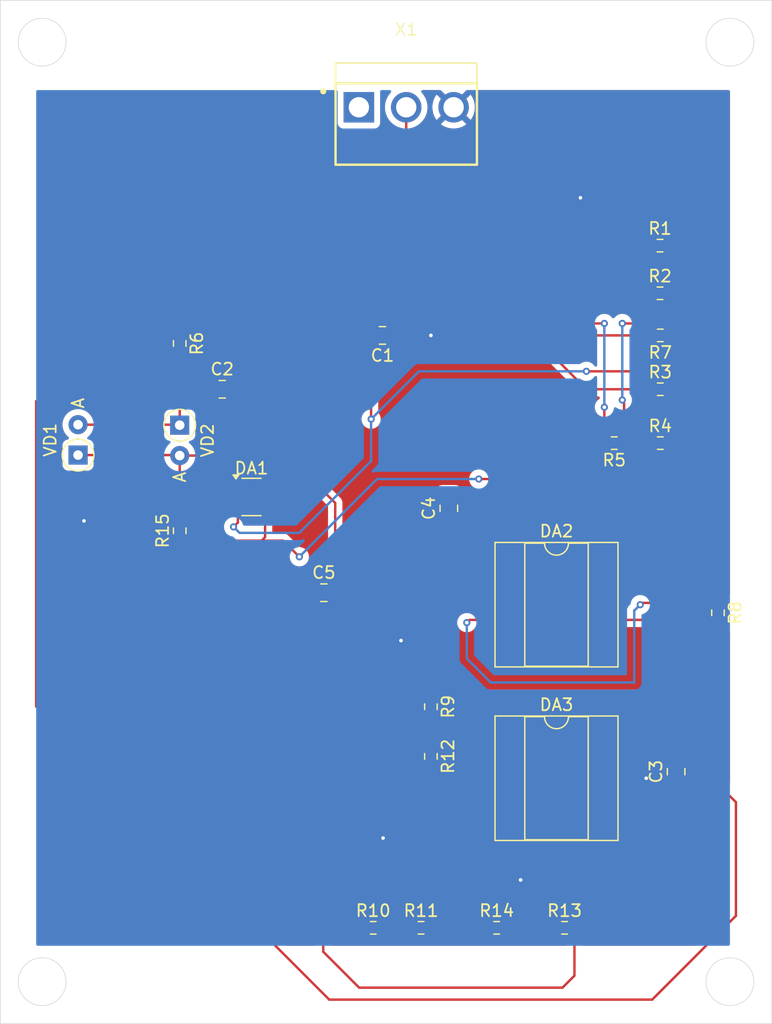
<source format=kicad_pcb>
(kicad_pcb (version 20240108) (generator "pcbnew") (generator_version "8.0")
  (layers (0 "F.Cu" signal) (31 "B.Cu" signal) (34 "B.Paste" user) (35 "F.Paste" user) (36 "B.SilkS" user "B.Silkscreen") (37 "F.SilkS" user "F.Silkscreen") (38 "B.Mask" user) (39 "F.Mask" user) (44 "Edge.Cuts" user))
  (net 0 "")
  (net 1 "Net-(DA1-IN-)")
  (net 2 "Net-(DA1-IN+)")
  (net 3 "Earth")
  (net 4 "+5V")
  (net 5 "/OUT1")
  (net 6 "Net-(C2-Pad1)")
  (net 8 "Net-(DA2-IN-)")
  (net 11 "/OUT2")
  (net 13 "Net-(DA3-OUT)")
  (net 16 "Net-(DA3-IN+)")
  (net 17 "Net-(DA3-IN-)")
  (net 18 "Net-(R2-Pad2)")
  (net 19 "Net-(R5-Pad2)")
  (net 20 "Net-(R6-Pad2)")
  (net 21 "Net-(R12-Pad1)")
  (net 22 "Net-(R10-Pad2)")
  (net 23 "/OUT3")
  (footprint "Package_TO_SOT_SMD:SOT-23-5" (layer "F.Cu") (at 121 101.5)
    (property "Reference" "DA1" (at 0 -2.4 0) (layer "F.SilkS"))
    (property "Value" "AD8616")
    (fp_line (start 0 -1.56) (end -0.8 -1.56) (stroke (width 0.12)) (layer "F.SilkS"))
    (fp_line (start 0 -1.56) (end 0.8 -1.56) (stroke (width 0.12)) (layer "F.SilkS"))
    (fp_line (start 0 1.56) (end -0.8 1.56) (stroke (width 0.12)) (layer "F.SilkS"))
    (fp_line (start 0 1.56) (end 0.8 1.56) (stroke (width 0.12)) (layer "F.SilkS"))
    (fp_poly (pts (xy -1.3 -1.51) (xy -1.54 -1.84) (xy -1.06 -1.84) (xy -1.3 -1.51)) (stroke (width 0.12)) (fill solid) (layer "F.SilkS"))
    (pad "1" smd roundrect (at -1.1375 -0.95) (size 1.325 0.6) (layers "F.Cu" "F.Paste" "F.Mask") (net 5 "/OUT1"))
    (pad "2" smd roundrect (at -1.1375 0) (size 1.325 0.6) (layers "F.Cu" "F.Paste" "F.Mask") (net 3 "Earth"))
    (pad "3" smd roundrect (at -1.1375 0.95) (size 1.325 0.6) (layers "F.Cu" "F.Paste" "F.Mask") (net 2 "Net-(DA1-IN+)"))
    (pad "4" smd roundrect (at 1.1375 0.95) (size 1.325 0.6) (layers "F.Cu" "F.Paste" "F.Mask") (net 1 "Net-(DA1-IN-)"))
    (pad "5" smd roundrect (at 1.1375 -0.95) (size 1.325 0.6) (layers "F.Cu" "F.Paste" "F.Mask") (net 4 "+5V"))
  )
  (footprint "Resistor_SMD:R_0603_1608Metric" (layer "F.Cu") (at 160 111.175 -90)
    (property "Reference" "R8" (at 0 -1.43 90) (layer "F.SilkS"))
    (property "Value" "51k")
    (fp_line (start -0.237258 0.5225) (end 0.237258 0.5225) (stroke (width 0.12)) (layer "F.SilkS"))
    (fp_line (start -0.237258 -0.5225) (end 0.237258 -0.5225) (stroke (width 0.12)) (layer "F.SilkS"))
    (pad "1" smd roundrect (at -0.825 0 270) (size 0.8 0.95) (layers "F.Cu" "F.Paste" "F.Mask") (net 8 "Net-(DA2-IN-)"))
    (pad "2" smd roundrect (at 0.825 0 270) (size 0.8 0.95) (layers "F.Cu" "F.Paste" "F.Mask") (net 11 "/OUT2"))
  )
  (footprint "Resistor_SMD:R_0603_1608Metric" (layer "F.Cu") (at 155.155 84.48)
    (property "Reference" "R2" (at 0 -1.43 0) (layer "F.SilkS"))
    (property "Value" "220")
    (fp_line (start -0.237258 -0.5225) (end 0.237258 -0.5225) (stroke (width 0.12)) (layer "F.SilkS"))
    (fp_line (start -0.237258 0.5225) (end 0.237258 0.5225) (stroke (width 0.12)) (layer "F.SilkS"))
    (pad "1" smd roundrect (at -0.825 0) (size 0.8 0.95) (layers "F.Cu" "F.Paste" "F.Mask") (net 3 "Earth"))
    (pad "2" smd roundrect (at 0.825 0) (size 0.8 0.95) (layers "F.Cu" "F.Paste" "F.Mask") (net 18 "Net-(R2-Pad2)"))
  )
  (footprint "Resistor_SMD:R_0603_1608Metric" (layer "F.Cu") (at 151.325 97 180)
    (property "Reference" "R5" (at 0 -1.43 0) (layer "F.SilkS"))
    (property "Value" "160")
    (fp_line (start -0.237258 0.5225) (end 0.237258 0.5225) (stroke (width 0.12)) (layer "F.SilkS"))
    (fp_line (start -0.237258 -0.5225) (end 0.237258 -0.5225) (stroke (width 0.12)) (layer "F.SilkS"))
    (pad "1" smd roundrect (at -0.825 0 180) (size 0.8 0.95) (layers "F.Cu" "F.Paste" "F.Mask") (net 18 "Net-(R2-Pad2)"))
    (pad "2" smd roundrect (at 0.825 0 180) (size 0.8 0.95) (layers "F.Cu" "F.Paste" "F.Mask") (net 19 "Net-(R5-Pad2)"))
  )
  (footprint "Package_DIP:DIP-8_W7.62mm_SMDSocket_SmallPads" (layer "F.Cu") (at 146.5 110.5)
    (property "Reference" "DA2" (at 0 -6.14 0) (layer "F.SilkS"))
    (property "Value" "OP27")
    (fp_line (start -5.14 -5.2) (end -5.14 5.2) (stroke (width 0.12)) (layer "F.SilkS"))
    (fp_line (start -5.14 5.2) (end 5.14 5.2) (stroke (width 0.12)) (layer "F.SilkS"))
    (fp_line (start -2.65 -5.14) (end -2.65 5.14) (stroke (width 0.12)) (layer "F.SilkS"))
    (fp_line (start -2.65 5.14) (end 2.65 5.14) (stroke (width 0.12)) (layer "F.SilkS"))
    (fp_line (start -1 -5.14) (end -2.65 -5.14) (stroke (width 0.12)) (layer "F.SilkS"))
    (fp_line (start 2.65 -5.14) (end 1 -5.14) (stroke (width 0.12)) (layer "F.SilkS"))
    (fp_line (start 2.65 5.14) (end 2.65 -5.14) (stroke (width 0.12)) (layer "F.SilkS"))
    (fp_line (start 5.14 -5.2) (end -5.14 -5.2) (stroke (width 0.12)) (layer "F.SilkS"))
    (fp_line (start 5.14 5.2) (end 5.14 -5.2) (stroke (width 0.12)) (layer "F.SilkS"))
    (fp_arc (start 1 -5.14) (mid 0 -4.14) (end -1 -5.14) (stroke (width 0.12)) (layer "F.SilkS"))
    (pad "1" smd rect (at -3.81 -3.81) (size 1.6 1.6) (layers "F.Cu" "F.Paste" "F.Mask"))
    (pad "2" smd rect (at -3.81 -1.27) (size 1.6 1.6) (layers "F.Cu" "F.Paste" "F.Mask") (net 3 "Earth"))
    (pad "3" smd rect (at -3.81 1.27) (size 1.6 1.6) (layers "F.Cu" "F.Paste" "F.Mask") (net 8 "Net-(DA2-IN-)"))
    (pad "4" smd rect (at -3.81 3.81) (size 1.6 1.6) (layers "F.Cu" "F.Paste" "F.Mask") (net 3 "Earth"))
    (pad "5" smd rect (at 3.81 3.81) (size 1.6 1.6) (layers "F.Cu" "F.Paste" "F.Mask"))
    (pad "6" smd rect (at 3.81 1.27) (size 1.6 1.6) (layers "F.Cu" "F.Paste" "F.Mask") (net 11 "/OUT2"))
    (pad "7" smd rect (at 3.81 -1.27) (size 1.6 1.6) (layers "F.Cu" "F.Paste" "F.Mask") (net 4 "+5V"))
    (pad "8" smd rect (at 3.81 -3.81) (size 1.6 1.6) (layers "F.Cu" "F.Paste" "F.Mask"))
  )
  (footprint "Capacitor_SMD:C_0805_2012Metric" (layer "F.Cu") (at 137.5 102.45 90)
    (property "Reference" "C4" (at 0 -1.68 90) (layer "F.SilkS"))
    (property "Value" "0.1u")
    (fp_line (start -0.261252 -0.735) (end 0.261252 -0.735) (stroke (width 0.12)) (layer "F.SilkS"))
    (fp_line (start -0.261252 0.735) (end 0.261252 0.735) (stroke (width 0.12)) (layer "F.SilkS"))
    (pad "1" smd roundrect (at -0.95 0 90) (size 1 1.45) (layers "F.Cu" "F.Paste" "F.Mask") (net 3 "Earth"))
    (pad "2" smd roundrect (at 0.95 0 90) (size 1 1.45) (layers "F.Cu" "F.Paste" "F.Mask") (net 4 "+5V"))
  )
  (footprint "Resistor_SMD:R_0603_1608Metric" (layer "F.Cu") (at 155.155 80.5)
    (property "Reference" "R1" (at 0 -1.43 0) (layer "F.SilkS"))
    (property "Value" "2.2k")
    (fp_line (start -0.237258 -0.5225) (end 0.237258 -0.5225) (stroke (width 0.12)) (layer "F.SilkS"))
    (fp_line (start -0.237258 0.5225) (end 0.237258 0.5225) (stroke (width 0.12)) (layer "F.SilkS"))
    (pad "1" smd roundrect (at -0.825 0) (size 0.8 0.95) (layers "F.Cu" "F.Paste" "F.Mask") (net 3 "Earth"))
    (pad "2" smd roundrect (at 0.825 0) (size 0.8 0.95) (layers "F.Cu" "F.Paste" "F.Mask") (net 2 "Net-(DA1-IN+)"))
  )
  (footprint "Diode_THT:D_DO-35_SOD27_P2.54mm_Vertical_AnodeUp" (layer "F.Cu") (at 106.5 98 90)
    (property "Reference" "VD1" (at 1.27 -2.326371 90) (layer "F.SilkS"))
    (property "Value" "1N4148")
    (fp_line (start 1.326371 0) (end 1.44 0) (stroke (width 0.12)) (layer "F.SilkS"))
    (fp_circle (center 0 0) (end 1.326371 0) (stroke (width 0.12)) (fill none) (layer "F.SilkS"))
    (fp_text user "A" (at 4.34 0 90) (layer "F.SilkS"))
    (pad "1" thru_hole rect (at 0 0 90) (size 1.6 1.6) (drill 0.8) (layers "*.Cu" "*.Mask") (net 5 "/OUT1"))
    (pad "2" thru_hole oval (at 2.54 0 90) (size 1.6 1.6) (drill 0.8) (layers "*.Cu" "*.Mask") (net 20 "Net-(R6-Pad2)"))
  )
  (footprint "Resistor_SMD:R_0603_1608Metric" (layer "F.Cu") (at 155.175 88 180)
    (property "Reference" "R7" (at 0 -1.43 0) (layer "F.SilkS"))
    (property "Value" "2.2k")
    (fp_line (start -0.237258 0.5225) (end 0.237258 0.5225) (stroke (width 0.12)) (layer "F.SilkS"))
    (fp_line (start -0.237258 -0.5225) (end 0.237258 -0.5225) (stroke (width 0.12)) (layer "F.SilkS"))
    (pad "1" smd roundrect (at -0.825 0 180) (size 0.8 0.95) (layers "F.Cu" "F.Paste" "F.Mask") (net 2 "Net-(DA1-IN+)"))
    (pad "2" smd roundrect (at 0.825 0 180) (size 0.8 0.95) (layers "F.Cu" "F.Paste" "F.Mask") (net 6 "Net-(C2-Pad1)"))
  )
  (footprint "Resistor_SMD:R_0603_1608Metric" (layer "F.Cu") (at 141.5 137.5)
    (property "Reference" "R14" (at 0 -1.43 0) (layer "F.SilkS"))
    (property "Value" "1k")
    (fp_line (start -0.237258 -0.5225) (end 0.237258 -0.5225) (stroke (width 0.12)) (layer "F.SilkS"))
    (fp_line (start -0.237258 0.5225) (end 0.237258 0.5225) (stroke (width 0.12)) (layer "F.SilkS"))
    (pad "1" smd roundrect (at -0.825 0) (size 0.8 0.95) (layers "F.Cu" "F.Paste" "F.Mask") (net 17 "Net-(DA3-IN-)"))
    (pad "2" smd roundrect (at 0.825 0) (size 0.8 0.95) (layers "F.Cu" "F.Paste" "F.Mask") (net 13 "Net-(DA3-OUT)"))
  )
  (footprint "Diode_THT:D_DO-35_SOD27_P2.54mm_Vertical_AnodeUp" (layer "F.Cu") (at 115 95.5 -90)
    (property "Reference" "VD2" (at 1.27 -2.326371 90) (layer "F.SilkS"))
    (property "Value" "1N4148")
    (fp_line (start 1.326371 0) (end 1.44 0) (stroke (width 0.12)) (layer "F.SilkS"))
    (fp_circle (center 0 0) (end 1.326371 0) (stroke (width 0.12)) (fill none) (layer "F.SilkS"))
    (fp_text user "A" (at 4.34 0 90) (layer "F.SilkS"))
    (pad "1" thru_hole rect (at 0 0 270) (size 1.6 1.6) (drill 0.8) (layers "*.Cu" "*.Mask") (net 20 "Net-(R6-Pad2)"))
    (pad "2" thru_hole oval (at 2.54 0 270) (size 1.6 1.6) (drill 0.8) (layers "*.Cu" "*.Mask") (net 5 "/OUT1"))
  )
  (footprint "Package_DIP:DIP-8_W7.62mm_SMDSocket_SmallPads" (layer "F.Cu") (at 146.5 125)
    (property "Reference" "DA3" (at 0 -6.14 0) (layer "F.SilkS"))
    (property "Value" "OP27")
    (fp_line (start -5.14 -5.2) (end -5.14 5.2) (stroke (width 0.12)) (layer "F.SilkS"))
    (fp_line (start -5.14 5.2) (end 5.14 5.2) (stroke (width 0.12)) (layer "F.SilkS"))
    (fp_line (start -2.65 -5.14) (end -2.65 5.14) (stroke (width 0.12)) (layer "F.SilkS"))
    (fp_line (start -2.65 5.14) (end 2.65 5.14) (stroke (width 0.12)) (layer "F.SilkS"))
    (fp_line (start -1 -5.14) (end -2.65 -5.14) (stroke (width 0.12)) (layer "F.SilkS"))
    (fp_line (start 2.65 -5.14) (end 1 -5.14) (stroke (width 0.12)) (layer "F.SilkS"))
    (fp_line (start 2.65 5.14) (end 2.65 -5.14) (stroke (width 0.12)) (layer "F.SilkS"))
    (fp_line (start 5.14 -5.2) (end -5.14 -5.2) (stroke (width 0.12)) (layer "F.SilkS"))
    (fp_line (start 5.14 5.2) (end 5.14 -5.2) (stroke (width 0.12)) (layer "F.SilkS"))
    (fp_arc (start 1 -5.14) (mid 0 -4.14) (end -1 -5.14) (stroke (width 0.12)) (layer "F.SilkS"))
    (pad "1" smd rect (at -3.81 -3.81) (size 1.6 1.6) (layers "F.Cu" "F.Paste" "F.Mask"))
    (pad "2" smd rect (at -3.81 -1.27) (size 1.6 1.6) (layers "F.Cu" "F.Paste" "F.Mask") (net 16 "Net-(DA3-IN+)"))
    (pad "3" smd rect (at -3.81 1.27) (size 1.6 1.6) (layers "F.Cu" "F.Paste" "F.Mask") (net 17 "Net-(DA3-IN-)"))
    (pad "4" smd rect (at -3.81 3.81) (size 1.6 1.6) (layers "F.Cu" "F.Paste" "F.Mask") (net 3 "Earth"))
    (pad "5" smd rect (at 3.81 3.81) (size 1.6 1.6) (layers "F.Cu" "F.Paste" "F.Mask"))
    (pad "6" smd rect (at 3.81 1.27) (size 1.6 1.6) (layers "F.Cu" "F.Paste" "F.Mask") (net 13 "Net-(DA3-OUT)"))
    (pad "7" smd rect (at 3.81 -1.27) (size 1.6 1.6) (layers "F.Cu" "F.Paste" "F.Mask") (net 4 "+5V"))
    (pad "8" smd rect (at 3.81 -3.81) (size 1.6 1.6) (layers "F.Cu" "F.Paste" "F.Mask"))
  )
  (footprint "Capacitor_SMD:C_0805_2012Metric" (layer "F.Cu") (at 118.55 92.5)
    (property "Reference" "C2" (at 0 -1.68 0) (layer "F.SilkS"))
    (property "Value" "750p")
    (fp_line (start -0.261252 -0.735) (end 0.261252 -0.735) (stroke (width 0.12)) (layer "F.SilkS"))
    (fp_line (start -0.261252 0.735) (end 0.261252 0.735) (stroke (width 0.12)) (layer "F.SilkS"))
    (pad "1" smd roundrect (at -0.95 0) (size 1 1.45) (layers "F.Cu" "F.Paste" "F.Mask") (net 6 "Net-(C2-Pad1)"))
    (pad "2" smd roundrect (at 0.95 0) (size 1 1.45) (layers "F.Cu" "F.Paste" "F.Mask") (net 5 "/OUT1"))
  )
  (footprint "MGTU_Places:B3P-VH" (layer "F.Cu") (at 133.93775 68.9375)
    (property "Reference" "X1" (at 0 -6.5 0) (layer "F.SilkS") (effects (font (thickness 0.1))))
    (property "Value" "B3P-VH")
    (fp_line (start -5.91 -3.7) (end 5.91 -3.7) (stroke (width 0.127)) (layer "F.SilkS"))
    (fp_line (start -5.91 -2) (end -5.91 -3.7) (stroke (width 0.127)) (layer "F.SilkS"))
    (fp_line (start -5.91 4.8) (end -5.91 -2) (stroke (width 0.2032)) (layer "F.SilkS"))
    (fp_line (start 5.91 -2) (end -5.91 -2) (stroke (width 0.2032)) (layer "F.SilkS"))
    (fp_line (start 5.91 -2) (end 5.91 -3.7) (stroke (width 0.127)) (layer "F.SilkS"))
    (fp_line (start 5.91 -2) (end 5.91 4.8) (stroke (width 0.2032)) (layer "F.SilkS"))
    (fp_line (start 5.91 4.8) (end -5.91 4.8) (stroke (width 0.2032)) (layer "F.SilkS"))
    (fp_circle (center -6.935 -1.33) (end -6.681 -1.33) (fill solid) (layer "F.SilkS"))
    (pad "1" thru_hole rect (at -3.96 0) (size 2.55 2.55) (drill 1.7) (layers "*.Cu" "*.Mask") (net 23 "/OUT3"))
    (pad "2" thru_hole circle (at 0 0) (size 2.55 2.55) (drill 1.7) (layers "*.Cu" "*.Mask") (net 4 "+5V"))
    (pad "3" thru_hole circle (at 3.96 0) (size 2.55 2.55) (drill 1.7) (layers "*.Cu" "*.Mask") (net 3 "Earth"))
  )
  (footprint "Capacitor_SMD:C_0805_2012Metric" (layer "F.Cu") (at 127.05 109.5)
    (property "Reference" "C5" (at 0 -1.68 0) (layer "F.SilkS"))
    (property "Value" "0.1u")
    (fp_line (start -0.261252 -0.735) (end 0.261252 -0.735) (stroke (width 0.12)) (layer "F.SilkS"))
    (fp_line (start -0.261252 0.735) (end 0.261252 0.735) (stroke (width 0.12)) (layer "F.SilkS"))
    (pad "1" smd roundrect (at -0.95 0) (size 1 1.45) (layers "F.Cu" "F.Paste" "F.Mask") (net 3 "Earth"))
    (pad "2" smd roundrect (at 0.95 0) (size 1 1.45) (layers "F.Cu" "F.Paste" "F.Mask") (net 4 "+5V"))
  )
  (footprint "Resistor_SMD:R_0603_1608Metric" (layer "F.Cu") (at 115 104.325 90)
    (property "Reference" "R15" (at 0 -1.43 90) (layer "F.SilkS"))
    (property "Value" "220k")
    (fp_line (start -0.237258 -0.5225) (end 0.237258 -0.5225) (stroke (width 0.12)) (layer "F.SilkS"))
    (fp_line (start -0.237258 0.5225) (end 0.237258 0.5225) (stroke (width 0.12)) (layer "F.SilkS"))
    (pad "1" smd roundrect (at -0.825 0 90) (size 0.8 0.95) (layers "F.Cu" "F.Paste" "F.Mask") (net 1 "Net-(DA1-IN-)"))
    (pad "2" smd roundrect (at 0.825 0 90) (size 0.8 0.95) (layers "F.Cu" "F.Paste" "F.Mask") (net 5 "/OUT1"))
  )
  (footprint "Capacitor_SMD:C_0805_2012Metric" (layer "F.Cu") (at 131.95 88 180)
    (property "Reference" "C1" (at 0 -1.68 0) (layer "F.SilkS"))
    (property "Value" "750p")
    (fp_line (start -0.261252 0.735) (end 0.261252 0.735) (stroke (width 0.12)) (layer "F.SilkS"))
    (fp_line (start -0.261252 -0.735) (end 0.261252 -0.735) (stroke (width 0.12)) (layer "F.SilkS"))
    (pad "1" smd roundrect (at -0.95 0 180) (size 1 1.45) (layers "F.Cu" "F.Paste" "F.Mask") (net 3 "Earth"))
    (pad "2" smd roundrect (at 0.95 0 180) (size 1 1.45) (layers "F.Cu" "F.Paste" "F.Mask") (net 2 "Net-(DA1-IN+)"))
  )
  (footprint "Resistor_SMD:R_0603_1608Metric" (layer "F.Cu") (at 147.175 137.5)
    (property "Reference" "R13" (at 0 -1.43 0) (layer "F.SilkS"))
    (property "Value" "1k")
    (fp_line (start -0.237258 -0.5225) (end 0.237258 -0.5225) (stroke (width 0.12)) (layer "F.SilkS"))
    (fp_line (start -0.237258 0.5225) (end 0.237258 0.5225) (stroke (width 0.12)) (layer "F.SilkS"))
    (pad "1" smd roundrect (at -0.825 0) (size 0.8 0.95) (layers "F.Cu" "F.Paste" "F.Mask") (net 13 "Net-(DA3-OUT)"))
    (pad "2" smd roundrect (at 0.825 0) (size 0.8 0.95) (layers "F.Cu" "F.Paste" "F.Mask") (net 16 "Net-(DA3-IN+)"))
  )
  (footprint "Resistor_SMD:R_0603_1608Metric" (layer "F.Cu") (at 136 123.175 -90)
    (property "Reference" "R12" (at 0 -1.43 90) (layer "F.SilkS"))
    (property "Value" "5.1")
    (fp_line (start -0.237258 0.5225) (end 0.237258 0.5225) (stroke (width 0.12)) (layer "F.SilkS"))
    (fp_line (start -0.237258 -0.5225) (end 0.237258 -0.5225) (stroke (width 0.12)) (layer "F.SilkS"))
    (pad "1" smd roundrect (at -0.825 0 270) (size 0.8 0.95) (layers "F.Cu" "F.Paste" "F.Mask") (net 21 "Net-(R12-Pad1)"))
    (pad "2" smd roundrect (at 0.825 0 270) (size 0.8 0.95) (layers "F.Cu" "F.Paste" "F.Mask") (net 16 "Net-(DA3-IN+)"))
  )
  (footprint "Resistor_SMD:R_0603_1608Metric" (layer "F.Cu") (at 155.175 97)
    (property "Reference" "R4" (at 0 -1.43 0) (layer "F.SilkS"))
    (property "Value" "100k")
    (fp_line (start -0.237258 -0.5225) (end 0.237258 -0.5225) (stroke (width 0.12)) (layer "F.SilkS"))
    (fp_line (start -0.237258 0.5225) (end 0.237258 0.5225) (stroke (width 0.12)) (layer "F.SilkS"))
    (pad "1" smd roundrect (at -0.825 0) (size 0.8 0.95) (layers "F.Cu" "F.Paste" "F.Mask") (net 18 "Net-(R2-Pad2)"))
    (pad "2" smd roundrect (at 0.825 0) (size 0.8 0.95) (layers "F.Cu" "F.Paste" "F.Mask") (net 1 "Net-(DA1-IN-)"))
  )
  (footprint "Resistor_SMD:R_0603_1608Metric" (layer "F.Cu") (at 131.175 137.5)
    (property "Reference" "R10" (at 0 -1.43 0) (layer "F.SilkS"))
    (property "Value" "220")
    (fp_line (start -0.237258 -0.5225) (end 0.237258 -0.5225) (stroke (width 0.12)) (layer "F.SilkS"))
    (fp_line (start -0.237258 0.5225) (end 0.237258 0.5225) (stroke (width 0.12)) (layer "F.SilkS"))
    (pad "1" smd roundrect (at -0.825 0) (size 0.8 0.95) (layers "F.Cu" "F.Paste" "F.Mask") (net 3 "Earth"))
    (pad "2" smd roundrect (at 0.825 0) (size 0.8 0.95) (layers "F.Cu" "F.Paste" "F.Mask") (net 22 "Net-(R10-Pad2)"))
  )
  (footprint "Resistor_SMD:R_0603_1608Metric" (layer "F.Cu") (at 135.175 137.5)
    (property "Reference" "R11" (at 0 -1.43 0) (layer "F.SilkS"))
    (property "Value" "5.1")
    (fp_line (start -0.237258 -0.5225) (end 0.237258 -0.5225) (stroke (width 0.12)) (layer "F.SilkS"))
    (fp_line (start -0.237258 0.5225) (end 0.237258 0.5225) (stroke (width 0.12)) (layer "F.SilkS"))
    (pad "1" smd roundrect (at -0.825 0) (size 0.8 0.95) (layers "F.Cu" "F.Paste" "F.Mask") (net 22 "Net-(R10-Pad2)"))
    (pad "2" smd roundrect (at 0.825 0) (size 0.8 0.95) (layers "F.Cu" "F.Paste" "F.Mask") (net 17 "Net-(DA3-IN-)"))
  )
  (footprint "Capacitor_SMD:C_0805_2012Metric" (layer "F.Cu") (at 156.5 124.45 90)
    (property "Reference" "C3" (at 0 -1.68 90) (layer "F.SilkS"))
    (property "Value" "0.1u")
    (fp_line (start -0.261252 -0.735) (end 0.261252 -0.735) (stroke (width 0.12)) (layer "F.SilkS"))
    (fp_line (start -0.261252 0.735) (end 0.261252 0.735) (stroke (width 0.12)) (layer "F.SilkS"))
    (pad "1" smd roundrect (at -0.95 0 90) (size 1 1.45) (layers "F.Cu" "F.Paste" "F.Mask") (net 3 "Earth"))
    (pad "2" smd roundrect (at 0.95 0 90) (size 1 1.45) (layers "F.Cu" "F.Paste" "F.Mask") (net 4 "+5V"))
  )
  (footprint "Resistor_SMD:R_0603_1608Metric" (layer "F.Cu") (at 136 119.025 -90)
    (property "Reference" "R9" (at 0 -1.43 90) (layer "F.SilkS"))
    (property "Value" "220")
    (fp_line (start -0.237258 0.5225) (end 0.237258 0.5225) (stroke (width 0.12)) (layer "F.SilkS"))
    (fp_line (start -0.237258 -0.5225) (end 0.237258 -0.5225) (stroke (width 0.12)) (layer "F.SilkS"))
    (pad "1" smd roundrect (at -0.825 0 270) (size 0.8 0.95) (layers "F.Cu" "F.Paste" "F.Mask") (net 11 "/OUT2"))
    (pad "2" smd roundrect (at 0.825 0 270) (size 0.8 0.95) (layers "F.Cu" "F.Paste" "F.Mask") (net 21 "Net-(R12-Pad1)"))
  )
  (footprint "Resistor_SMD:R_0603_1608Metric" (layer "F.Cu") (at 115 88.675 -90)
    (property "Reference" "R6" (at 0 -1.43 90) (layer "F.SilkS"))
    (property "Value" "2.2k")
    (fp_line (start -0.237258 0.5225) (end 0.237258 0.5225) (stroke (width 0.12)) (layer "F.SilkS"))
    (fp_line (start -0.237258 -0.5225) (end 0.237258 -0.5225) (stroke (width 0.12)) (layer "F.SilkS"))
    (pad "1" smd roundrect (at -0.825 0 270) (size 0.8 0.95) (layers "F.Cu" "F.Paste" "F.Mask") (net 19 "Net-(R5-Pad2)"))
    (pad "2" smd roundrect (at 0.825 0 270) (size 0.8 0.95) (layers "F.Cu" "F.Paste" "F.Mask") (net 20 "Net-(R6-Pad2)"))
  )
  (footprint "Resistor_SMD:R_0603_1608Metric" (layer "F.Cu") (at 155.175 92.5)
    (property "Reference" "R3" (at 0 -1.43 0) (layer "F.SilkS"))
    (property "Value" "10k")
    (fp_line (start -0.237258 -0.5225) (end 0.237258 -0.5225) (stroke (width 0.12)) (layer "F.SilkS"))
    (fp_line (start -0.237258 0.5225) (end 0.237258 0.5225) (stroke (width 0.12)) (layer "F.SilkS"))
    (pad "1" smd roundrect (at -0.825 0) (size 0.8 0.95) (layers "F.Cu" "F.Paste" "F.Mask") (net 5 "/OUT1"))
    (pad "2" smd roundrect (at 0.825 0) (size 0.8 0.95) (layers "F.Cu" "F.Paste" "F.Mask") (net 8 "Net-(DA2-IN-)"))
  )
  (gr_circle (center 161 63.5) (end 163 63.5) (stroke (width 0.05)) (fill none) (layer "Edge.Cuts"))
  (gr_circle (center 161 142) (end 163 142) (stroke (width 0.05)) (fill none) (layer "Edge.Cuts"))
  (gr_circle (center 103.5 142) (end 105.5 142) (stroke (width 0.05)) (fill none) (layer "Edge.Cuts"))
  (gr_rect (start 100 60) (end 164.5 145.5) (stroke (width 0.05)) (fill none) (layer "Edge.Cuts"))
  (gr_circle (center 103.5 63.5) (end 105.5 63.5) (stroke (width 0.05)) (fill none) (layer "Edge.Cuts"))
  (segment (start 122.1375 104.8625) (end 122.1375 102.45) (width 0.2) (layer "F.Cu") (net 1))
  (segment (start 121.85 105.15) (end 123.65 105.15) (width 0.2) (layer "F.Cu") (net 1))
  (segment (start 156 97) (end 156 99) (width 0.2) (layer "F.Cu") (net 1))
  (segment (start 155 100) (end 140 100) (width 0.2) (layer "F.Cu") (net 1))
  (segment (start 121.85 105.15) (end 122.1375 104.8625) (width 0.2) (layer "F.Cu") (net 1))
  (segment (start 156 99) (end 155 100) (width 0.2) (layer "F.Cu") (net 1))
  (segment (start 115 105.15) (end 121.85 105.15) (width 0.2) (layer "F.Cu") (net 1))
  (segment (start 123.65 105.15) (end 125 106.5) (width 0.2) (layer "F.Cu") (net 1))
  (via (at 140 100) (size 0.6) (drill 0.3) (layers "F.Cu" "B.Cu") (net 1))
  (via (at 125 106.5) (size 0.6) (drill 0.3) (layers "F.Cu" "B.Cu") (net 1))
  (segment (start 125 106.5) (end 125.25 106.25) (width 0.2) (layer "B.Cu") (net 1))
  (segment (start 131.5 100) (end 125 106.5) (width 0.2) (layer "B.Cu") (net 1))
  (segment (start 140 100) (end 131.5 100) (width 0.2) (layer "B.Cu") (net 1))
  (segment (start 157 80.5) (end 155.98 80.5) (width 0.2) (layer "F.Cu") (net 2))
  (segment (start 119.8625 102.45) (end 119.8625 103.6375) (width 0.2) (layer "F.Cu") (net 2))
  (segment (start 156 88) (end 156 89.5) (width 0.2) (layer "F.Cu") (net 2))
  (segment (start 158 87) (end 158 81.5) (width 0.2) (layer "F.Cu") (net 2))
  (segment (start 119.8625 103.6375) (end 119.5 104) (width 0.2) (layer "F.Cu") (net 2))
  (segment (start 156 89.5) (end 154.5 91) (width 0.2) (layer "F.Cu") (net 2))
  (segment (start 157 88) (end 158 87) (width 0.2) (layer "F.Cu") (net 2))
  (segment (start 156 88) (end 157 88) (width 0.2) (layer "F.Cu") (net 2))
  (segment (start 158 81.5) (end 157 80.5) (width 0.2) (layer "F.Cu") (net 2))
  (segment (start 154.5 91) (end 149 91) (width 0.2) (layer "F.Cu") (net 2))
  (segment (start 131 95) (end 131 88) (width 0.2) (layer "F.Cu") (net 2))
  (via (at 149 91) (size 0.6) (drill 0.3) (layers "F.Cu" "B.Cu") (net 2))
  (via (at 119.5 104) (size 0.6) (drill 0.3) (layers "F.Cu" "B.Cu") (net 2))
  (via (at 131 95) (size 0.6) (drill 0.3) (layers "F.Cu" "B.Cu") (net 2))
  (segment (start 125 104.5) (end 131 98.5) (width 0.2) (layer "B.Cu") (net 2))
  (segment (start 119.5 104) (end 120 104.5) (width 0.2) (layer "B.Cu") (net 2))
  (segment (start 131 98.5) (end 131 95) (width 0.2) (layer "B.Cu") (net 2))
  (segment (start 149 91) (end 135 91) (width 0.2) (layer "B.Cu") (net 2))
  (segment (start 135 91) (end 131 95) (width 0.2) (layer "B.Cu") (net 2))
  (segment (start 120 104.5) (end 125 104.5) (width 0.2) (layer "B.Cu") (net 2))
  (via (at 136 88) (size 0.6) (drill 0.3) (layers "F.Cu" "B.Cu") (net 3))
  (via (at 143.5 133.5) (size 0.6) (drill 0.3) (layers "F.Cu" "B.Cu") (net 3))
  (via (at 154 125) (size 0.6) (drill 0.3) (layers "F.Cu" "B.Cu") (net 3))
  (via (at 107 103.5) (size 0.6) (drill 0.3) (layers "F.Cu" "B.Cu") (net 3))
  (via (at 132 130) (size 0.6) (drill 0.3) (layers "F.Cu" "B.Cu") (net 3))
  (via (at 148.5 76.5) (size 0.6) (drill 0.3) (layers "F.Cu" "B.Cu") (net 3))
  (via (at 133.5 113.5) (size 0.6) (drill 0.3) (layers "F.Cu" "B.Cu") (net 3))
  (segment (start 150.771818 109.231818) (end 150.77 109.23) (width 0.2) (layer "F.Cu") (net 4))
  (segment (start 116.5 80) (end 103 93.5) (width 0.2) (layer "F.Cu") (net 4))
  (segment (start 103 93.5) (end 103 114.5) (width 0.2) (layer "F.Cu") (net 4))
  (segment (start 128 109.5) (end 132.5 109.5) (width 0.2) (layer "F.Cu") (net 4))
  (segment (start 127.5 143.5) (end 154.5 143.5) (width 0.2) (layer "F.Cu") (net 4))
  (segment (start 111 114) (end 109 116) (width 0.2) (layer "F.Cu") (net 4))
  (segment (start 126 114) (end 111 114) (width 0.2) (layer "F.Cu") (net 4))
  (segment (start 154.5 143.5) (end 161.5 136.5) (width 0.2) (layer "F.Cu") (net 4))
  (segment (start 150.77 109.23) (end 150.31 109.23) (width 0.2) (layer "F.Cu") (net 4))
  (segment (start 133.93775 78.56225) (end 132.5 80) (width 0.2) (layer "F.Cu") (net 4))
  (segment (start 122.1375 100.55) (end 126.55 100.55) (width 0.2) (layer "F.Cu") (net 4))
  (segment (start 134.5 107.5) (end 134.5 102.5) (width 0.2) (layer "F.Cu") (net 4))
  (segment (start 109 116) (end 104.5 116) (width 0.2) (layer "F.Cu") (net 4))
  (segment (start 134.5 107.5) (end 132.5 109.5) (width 0.2) (layer "F.Cu") (net 4))
  (segment (start 161.5 127) (end 158.23 123.73) (width 0.2) (layer "F.Cu") (net 4))
  (segment (start 128 102) (end 128 109.5) (width 0.2) (layer "F.Cu") (net 4))
  (segment (start 134.5 102.5) (end 135.5 101.5) (width 0.2) (layer "F.Cu") (net 4))
  (segment (start 103 114.5) (end 103 119) (width 0.2) (layer "F.Cu") (net 4))
  (segment (start 135.5 101.5) (end 137.5 101.5) (width 0.2) (layer "F.Cu") (net 4))
  (segment (start 150.5 101.5) (end 155 106) (width 0.2) (layer "F.Cu") (net 4))
  (segment (start 155 108.5) (end 154.268182 109.231818) (width 0.2) (layer "F.Cu") (net 4))
  (segment (start 154.268182 109.231818) (end 150.771818 109.231818) (width 0.2) (layer "F.Cu") (net 4))
  (segment (start 158.23 123.73) (end 150.31 123.73) (width 0.2) (layer "F.Cu") (net 4))
  (segment (start 103 119) (end 127.5 143.5) (width 0.2) (layer "F.Cu") (net 4))
  (segment (start 137.5 101.5) (end 150.5 101.5) (width 0.2) (layer "F.Cu") (net 4))
  (segment (start 133.93775 68.9375) (end 133.93775 78.56225) (width 0.2) (layer "F.Cu") (net 4))
  (segment (start 104.5 116) (end 103 114.5) (width 0.2) (layer "F.Cu") (net 4))
  (segment (start 128 109.5) (end 128 112) (width 0.2) (layer "F.Cu") (net 4))
  (segment (start 161.5 136.5) (end 161.5 127) (width 0.2) (layer "F.Cu") (net 4))
  (segment (start 126.55 100.55) (end 128 102) (width 0.2) (layer "F.Cu") (net 4))
  (segment (start 132.5 80) (end 116.5 80) (width 0.2) (layer "F.Cu") (net 4))
  (segment (start 155 106) (end 155 108.5) (width 0.2) (layer "F.Cu") (net 4))
  (segment (start 128 112) (end 126 114) (width 0.2) (layer "F.Cu") (net 4))
  (segment (start 116.95 100.55) (end 117.55 100.55) (width 0.2) (layer "F.Cu") (net 5))
  (segment (start 149 92.5) (end 141.5 85) (width 0.2) (layer "F.Cu") (net 5))
  (segment (start 124.665686 86) (end 119.5 91.165686) (width 0.2) (layer "F.Cu") (net 5))
  (segment (start 116.05 100.55) (end 117 100.55) (width 0.2) (layer "F.Cu") (net 5))
  (segment (start 141.5 85) (end 127.5 85) (width 0.2) (layer "F.Cu") (net 5))
  (segment (start 106.5 98) (end 114.96 98) (width 0.2) (layer "F.Cu") (net 5))
  (segment (start 115 99.5) (end 116.05 100.55) (width 0.2) (layer "F.Cu") (net 5))
  (segment (start 115 103.5) (end 115 102.5) (width 0.2) (layer "F.Cu") (net 5))
  (segment (start 117.55 100.55) (end 119.8625 100.55) (width 0.2) (layer "F.Cu") (net 5))
  (segment (start 154.35 92.5) (end 149 92.5) (width 0.2) (layer "F.Cu") (net 5))
  (segment (start 115 98.04) (end 116.96 98.04) (width 0.2) (layer "F.Cu") (net 5))
  (segment (start 119.5 91.165686) (end 119.5 92.5) (width 0.2) (layer "F.Cu") (net 5))
  (segment (start 114.96 98) (end 115 98.04) (width 0.2) (layer "F.Cu") (net 5))
  (segment (start 119.5 95.5) (end 119.5 92.5) (width 0.2) (layer "F.Cu") (net 5))
  (segment (start 116.96 98.04) (end 119.5 95.5) (width 0.2) (layer "F.Cu") (net 5))
  (segment (start 127.5 85) (end 126.5 86) (width 0.2) (layer "F.Cu") (net 5))
  (segment (start 115 98.04) (end 115 99.5) (width 0.2) (layer "F.Cu") (net 5))
  (segment (start 126.5 86) (end 124.665686 86) (width 0.2) (layer "F.Cu") (net 5))
  (segment (start 115 102.5) (end 116.95 100.55) (width 0.2) (layer "F.Cu") (net 5))
  (segment (start 141.5 82.5) (end 126.565686 82.5) (width 0.2) (layer "F.Cu") (net 6))
  (segment (start 120.75 88.25) (end 117.6 91.4) (width 0.2) (layer "F.Cu") (net 6))
  (segment (start 117.6 91.4) (end 117.6 92.5) (width 0.2) (layer "F.Cu") (net 6))
  (segment (start 126.565686 82.5) (end 120.815686 88.25) (width 0.2) (layer "F.Cu") (net 6))
  (segment (start 154.35 88) (end 147 88) (width 0.2) (layer "F.Cu") (net 6))
  (segment (start 147 88) (end 141.5 82.5) (width 0.2) (layer "F.Cu") (net 6))
  (segment (start 120.815686 88.25) (end 120.75 88.25) (width 0.2) (layer "F.Cu") (net 6))
  (segment (start 160 93.5) (end 159 92.5) (width 0.2) (layer "F.Cu") (net 8))
  (segment (start 153.65 110.35) (end 153.5 110.5) (width 0.2) (layer "F.Cu") (net 8))
  (segment (start 160 110.35) (end 160 93.5) (width 0.2) (layer "F.Cu") (net 8))
  (segment (start 139.23 111.77) (end 142.69 111.77) (width 0.2) (layer "F.Cu") (net 8))
  (segment (start 160 110.35) (end 153.65 110.35) (width 0.2) (layer "F.Cu") (net 8))
  (segment (start 159 92.5) (end 156 92.5) (width 0.2) (layer "F.Cu") (net 8))
  (segment (start 139 112) (end 139.23 111.77) (width 0.2) (layer "F.Cu") (net 8))
  (via (at 153.5 110.5) (size 0.6) (drill 0.3) (layers "F.Cu" "B.Cu") (net 8))
  (via (at 139 112) (size 0.6) (drill 0.3) (layers "F.Cu" "B.Cu") (net 8))
  (segment (start 141 117) (end 139 115) (width 0.2) (layer "B.Cu") (net 8))
  (segment (start 153 117) (end 141 117) (width 0.2) (layer "B.Cu") (net 8))
  (segment (start 153.5 110.5) (end 153 111) (width 0.2) (layer "B.Cu") (net 8))
  (segment (start 153 111) (end 153 117) (width 0.2) (layer "B.Cu") (net 8))
  (segment (start 139 115) (end 139 112) (width 0.2) (layer "B.Cu") (net 8))
  (segment (start 154.8 118.2) (end 155 118) (width 0.2) (layer "F.Cu") (net 11))
  (segment (start 156 112) (end 160 112) (width 0.2) (layer "F.Cu") (net 11))
  (segment (start 154.77 111.77) (end 150.31 111.77) (width 0.2) (layer "F.Cu") (net 11))
  (segment (start 155 118) (end 155 112) (width 0.2) (layer "F.Cu") (net 11))
  (segment (start 155 112) (end 154.77 111.77) (width 0.2) (layer "F.Cu") (net 11))
  (segment (start 136 118.2) (end 154.8 118.2) (width 0.2) (layer "F.Cu") (net 11))
  (segment (start 155 113) (end 156 112) (width 0.2) (layer "F.Cu") (net 11))
  (segment (start 154.5 126.5) (end 154.27 126.27) (width 0.2) (layer "F.Cu") (net 13))
  (segment (start 146.35 137.5) (end 146.35 136.15) (width 0.2) (layer "F.Cu") (net 13))
  (segment (start 148.5 134) (end 154.5 134) (width 0.2) (layer "F.Cu") (net 13))
  (segment (start 154.27 126.27) (end 150.31 126.27) (width 0.2) (layer "F.Cu") (net 13))
  (segment (start 146.35 136.15) (end 148.5 134) (width 0.2) (layer "F.Cu") (net 13))
  (segment (start 146.35 137.5) (end 142.325 137.5) (width 0.2) (layer "F.Cu") (net 13))
  (segment (start 154.5 134) (end 154.5 126.5) (width 0.2) (layer "F.Cu") (net 13))
  (segment (start 142.69 123.73) (end 136.27 123.73) (width 0.2) (layer "F.Cu") (net 16))
  (segment (start 127 129) (end 132 124) (width 0.2) (layer "F.Cu") (net 16))
  (segment (start 148 141.5) (end 147 142.5) (width 0.2) (layer "F.Cu") (net 16))
  (segment (start 127 139.5) (end 127 129) (width 0.2) (layer "F.Cu") (net 16))
  (segment (start 136.27 123.73) (end 136 124) (width 0.2) (layer "F.Cu") (net 16))
  (segment (start 147 142.5) (end 130 142.5) (width 0.2) (layer "F.Cu") (net 16))
  (segment (start 148 137.5) (end 148 141.5) (width 0.2) (layer "F.Cu") (net 16))
  (segment (start 132 124) (end 136 124) (width 0.2) (layer "F.Cu") (net 16))
  (segment (start 130 142.5) (end 127 139.5) (width 0.2) (layer "F.Cu") (net 16))
  (segment (start 141.21 126.27) (end 140.675 126.805) (width 0.2) (layer "F.Cu") (net 17))
  (segment (start 142.69 126.27) (end 141.21 126.27) (width 0.2) (layer "F.Cu") (net 17))
  (segment (start 140.675 126.805) (end 140.675 137.5) (width 0.2) (layer "F.Cu") (net 17))
  (segment (start 140.675 137.5) (end 136 137.5) (width 0.2) (layer "F.Cu") (net 17))
  (segment (start 152.15 93.55) (end 152.15 97) (width 0.2) (layer "F.Cu") (net 18))
  (segment (start 155.98 84.48) (end 153.46 87) (width 0.2) (layer "F.Cu") (net 18))
  (segment (start 152 93.4) (end 152.15 93.55) (width 0.2) (layer "F.Cu") (net 18))
  (segment (start 153.46 87) (end 152 87) (width 0.2) (layer "F.Cu") (net 18))
  (segment (start 152.15 97) (end 154.35 97) (width 0.2) (layer "F.Cu") (net 18))
  (via (at 152 87) (size 0.6) (drill 0.3) (layers "F.Cu" "B.Cu") (net 18))
  (via (at 152 87) (size 0.6) (drill 0.3) (layers "F.Cu" "B.Cu") (net 18))
  (via (at 152 93.4) (size 0.6) (drill 0.3) (layers "F.Cu" "B.Cu") (net 18))
  (segment (start 152 87) (end 152 93.4) (width 0.2) (layer "B.Cu") (net 18))
  (segment (start 150.5 97) (end 150.5 94) (width 0.2) (layer "F.Cu") (net 19))
  (segment (start 148.5 87) (end 150.5 87) (width 0.2) (layer "F.Cu") (net 19))
  (segment (start 120.65 87.85) (end 127.5 81) (width 0.2) (layer "F.Cu") (net 19))
  (segment (start 127.5 81) (end 142.5 81) (width 0.2) (layer "F.Cu") (net 19))
  (segment (start 115 87.85) (end 120.65 87.85) (width 0.2) (layer "F.Cu") (net 19))
  (segment (start 142.5 81) (end 148.5 87) (width 0.2) (layer "F.Cu") (net 19))
  (via (at 150.5 94) (size 0.6) (drill 0.3) (layers "F.Cu" "B.Cu") (net 19))
  (via (at 150.5 87) (size 0.6) (drill 0.3) (layers "F.Cu" "B.Cu") (net 19))
  (segment (start 150.5 87) (end 150.5 94) (width 0.2) (layer "B.Cu") (net 19))
  (segment (start 106.5 95.46) (end 114.96 95.46) (width 0.2) (layer "F.Cu") (net 20))
  (segment (start 115 95.5) (end 115 89.5) (width 0.2) (layer "F.Cu") (net 20))
  (segment (start 114.96 95.46) (end 115 95.5) (width 0.2) (layer "F.Cu") (net 20))
  (segment (start 136 122.35) (end 136 119.85) (width 0.2) (layer "F.Cu") (net 21))
  (segment (start 132 137.5) (end 134.35 137.5) (width 0.2) (layer "F.Cu") (net 22))
  (zone (net 3) (net_name "Earth") (layer "F.Cu") (connect_pads (clearance 0.5)) (min_thickness 0.25) (fill yes (thermal_gap 0.5) (thermal_bridge_width 0.5))
    (polygon (pts (xy 161 67.5) (xy 161 139) (xy 103 139) (xy 103 67.5)))
  )
  (zone (net 3) (net_name "Earth") (layer "B.Cu") (priority 1) (connect_pads (clearance 0.5)) (min_thickness 0.25) (fill yes (thermal_gap 0.5) (thermal_bridge_width 0.5))
    (polygon (pts (xy 103 67.5) (xy 161 67.5) (xy 161 139) (xy 103 139)))
  )
)
</source>
